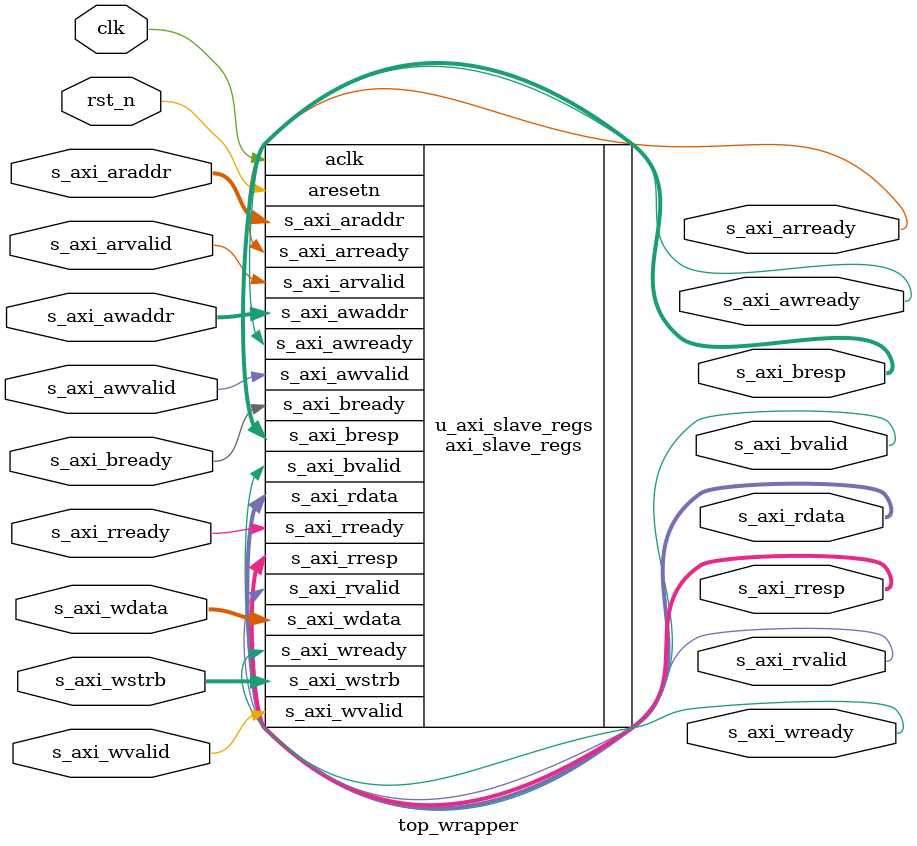
<source format=sv>
module top_wrapper(
  input  wire        clk,
  input  wire        rst_n,

  // AXI-Lite signals
  input  wire [3:0]  s_axi_awaddr,
  input  wire        s_axi_awvalid,
  output wire        s_axi_awready,
  input  wire [31:0] s_axi_wdata,
  input  wire [3:0]  s_axi_wstrb,
  input  wire        s_axi_wvalid,
  output wire        s_axi_wready,
  output wire [1:0]  s_axi_bresp,
  output wire        s_axi_bvalid,
  input  wire        s_axi_bready,
  input  wire [3:0]  s_axi_araddr,
  input  wire        s_axi_arvalid,
  output wire        s_axi_arready,
  output wire [31:0] s_axi_rdata,
  output wire [1:0]  s_axi_rresp,
  output wire        s_axi_rvalid,
  input  wire        s_axi_rready
);

  axi_slave_regs u_axi_slave_regs(
    .aclk        (clk),
    .aresetn     (rst_n),
    .s_axi_awaddr  (s_axi_awaddr),
    .s_axi_awvalid (s_axi_awvalid),
    .s_axi_awready (s_axi_awready),
    .s_axi_wdata   (s_axi_wdata),
    .s_axi_wstrb   (s_axi_wstrb),
    .s_axi_wvalid  (s_axi_wvalid),
    .s_axi_wready  (s_axi_wready),
    .s_axi_bresp   (s_axi_bresp),
    .s_axi_bvalid  (s_axi_bvalid),
    .s_axi_bready  (s_axi_bready),
    .s_axi_araddr  (s_axi_araddr),
    .s_axi_arvalid (s_axi_arvalid),
    .s_axi_arready (s_axi_arready),
    .s_axi_rdata   (s_axi_rdata),
    .s_axi_rresp   (s_axi_rresp),
    .s_axi_rvalid  (s_axi_rvalid),
    .s_axi_rready  (s_axi_rready)
  );

endmodule

</source>
